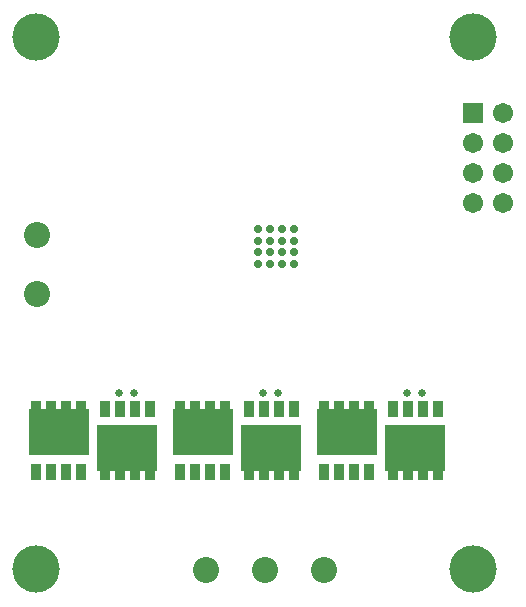
<source format=gbs>
G04*
G04 #@! TF.GenerationSoftware,Altium Limited,Altium Designer,19.1.7 (138)*
G04*
G04 Layer_Color=16711935*
%FSLAX25Y25*%
%MOIN*%
G70*
G01*
G75*
%ADD32R,0.20079X0.15571*%
%ADD42R,0.16194X0.15564*%
%ADD43R,0.03202X0.05800*%
%ADD46C,0.08674*%
%ADD47C,0.06706*%
%ADD48R,0.06706X0.06706*%
%ADD49C,0.15748*%
%ADD50C,0.02670*%
%ADD51C,0.02769*%
D32*
X311417Y205679D02*
D03*
X288583Y210856D02*
D03*
X263386Y205679D02*
D03*
X240551Y210856D02*
D03*
X215354Y205679D02*
D03*
X192520Y210856D02*
D03*
D42*
X311417Y205669D02*
D03*
X288583Y210866D02*
D03*
X263386Y205669D02*
D03*
X240551Y210866D02*
D03*
X215354Y205669D02*
D03*
X192520Y210866D02*
D03*
D43*
X303917Y197756D02*
D03*
X308917D02*
D03*
X313917D02*
D03*
X318917D02*
D03*
Y218779D02*
D03*
X313917D02*
D03*
X308917D02*
D03*
X303917D02*
D03*
X296083D02*
D03*
X291083D02*
D03*
X286083D02*
D03*
X281083D02*
D03*
Y197756D02*
D03*
X286083D02*
D03*
X291083D02*
D03*
X296083D02*
D03*
X255886D02*
D03*
X260886D02*
D03*
X265886D02*
D03*
X270886D02*
D03*
Y218779D02*
D03*
X265886D02*
D03*
X260886D02*
D03*
X255886D02*
D03*
X248051D02*
D03*
X243051D02*
D03*
X238051D02*
D03*
X233051D02*
D03*
Y197756D02*
D03*
X238051D02*
D03*
X243051D02*
D03*
X248051D02*
D03*
X207854Y218779D02*
D03*
X212854D02*
D03*
X217854D02*
D03*
X222854D02*
D03*
Y197756D02*
D03*
X217854D02*
D03*
X212854D02*
D03*
X207854D02*
D03*
X200020Y218779D02*
D03*
X195020D02*
D03*
X190020D02*
D03*
X185020D02*
D03*
Y197756D02*
D03*
X190020D02*
D03*
X195020D02*
D03*
X200020D02*
D03*
D46*
X185433Y257087D02*
D03*
Y276772D02*
D03*
X280935Y165055D02*
D03*
X261250D02*
D03*
X241565D02*
D03*
D47*
X340709Y287244D02*
D03*
X330709D02*
D03*
X340709Y297244D02*
D03*
X330709D02*
D03*
X340709Y307244D02*
D03*
X330709D02*
D03*
X340709Y317244D02*
D03*
D48*
X330709D02*
D03*
D49*
X185039Y165354D02*
D03*
Y342520D02*
D03*
X330709D02*
D03*
Y165354D02*
D03*
D50*
X308661Y224016D02*
D03*
X313779D02*
D03*
X260630D02*
D03*
X265748D02*
D03*
X217717D02*
D03*
X212598D02*
D03*
X305118Y201181D02*
D03*
X317717D02*
D03*
Y211811D02*
D03*
X305118D02*
D03*
Y207087D02*
D03*
X317717D02*
D03*
X311417Y201181D02*
D03*
Y211811D02*
D03*
Y207087D02*
D03*
X308268Y209449D02*
D03*
X314567D02*
D03*
Y203937D02*
D03*
X308268D02*
D03*
X282283Y204724D02*
D03*
X294882D02*
D03*
Y215354D02*
D03*
X282283D02*
D03*
Y210630D02*
D03*
X294882D02*
D03*
X288583Y204724D02*
D03*
Y215354D02*
D03*
Y210630D02*
D03*
X285433Y212992D02*
D03*
X291732D02*
D03*
Y207480D02*
D03*
X285433D02*
D03*
X257087Y201181D02*
D03*
X269685D02*
D03*
Y211811D02*
D03*
X257087D02*
D03*
Y207087D02*
D03*
X269685D02*
D03*
X263386Y201181D02*
D03*
Y211811D02*
D03*
Y207087D02*
D03*
X260236Y209449D02*
D03*
X266535D02*
D03*
Y203937D02*
D03*
X260236D02*
D03*
X234252Y204724D02*
D03*
X246850D02*
D03*
Y215354D02*
D03*
X234252D02*
D03*
Y210630D02*
D03*
X246850D02*
D03*
X240551Y204724D02*
D03*
Y215354D02*
D03*
Y210630D02*
D03*
X237402Y212992D02*
D03*
X243701D02*
D03*
Y207480D02*
D03*
X237402D02*
D03*
X209055Y201181D02*
D03*
X221654D02*
D03*
Y211811D02*
D03*
X209055D02*
D03*
Y207087D02*
D03*
X221654D02*
D03*
X215354Y201181D02*
D03*
Y211811D02*
D03*
Y207087D02*
D03*
X212205Y209449D02*
D03*
X218504D02*
D03*
Y203937D02*
D03*
X212205D02*
D03*
X192520Y210630D02*
D03*
X186221D02*
D03*
X189370Y207480D02*
D03*
X195669D02*
D03*
Y212992D02*
D03*
X189370D02*
D03*
X192520Y215354D02*
D03*
Y204724D02*
D03*
X198819Y210630D02*
D03*
X186221Y215354D02*
D03*
X198819D02*
D03*
Y204724D02*
D03*
X186221D02*
D03*
D51*
X270866Y278740D02*
D03*
Y274803D02*
D03*
Y270866D02*
D03*
Y266929D02*
D03*
X266929D02*
D03*
Y270866D02*
D03*
Y274803D02*
D03*
Y278740D02*
D03*
X262992D02*
D03*
Y274803D02*
D03*
Y270866D02*
D03*
Y266929D02*
D03*
X259055D02*
D03*
Y270866D02*
D03*
Y274803D02*
D03*
Y278740D02*
D03*
M02*

</source>
